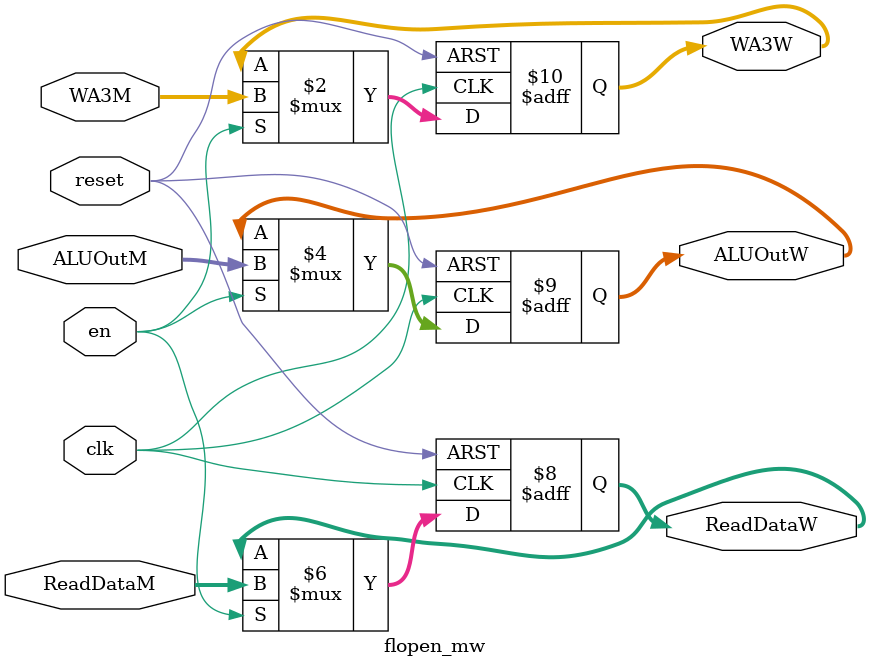
<source format=v>
module flopen_mw (
	clk,
	reset,
	en,
	ReadDataM,
	ALUOutM,
	WA3M,
	ReadDataW,
	ALUOutW,
	WA3W
);
	input wire clk;
	input wire reset;
	input wire en;
	input wire [31:0] ReadDataM;
	input wire [31:0] ALUOutM;
	input wire [3:0] WA3M;
	output reg [31:0] ReadDataW;
	output reg [31:0] ALUOutW;
	output reg [3:0] WA3W;
	always @(posedge clk or posedge reset)
		if (reset)
		begin
            ReadDataW <= 0;
            ALUOutW <= 0;
            WA3W <= 0;
		end
		else if (en)
		begin
			ReadDataW <= ReadDataM;
			ALUOutW <= ALUOutM;
			WA3W <= WA3M;
		end
endmodule

</source>
